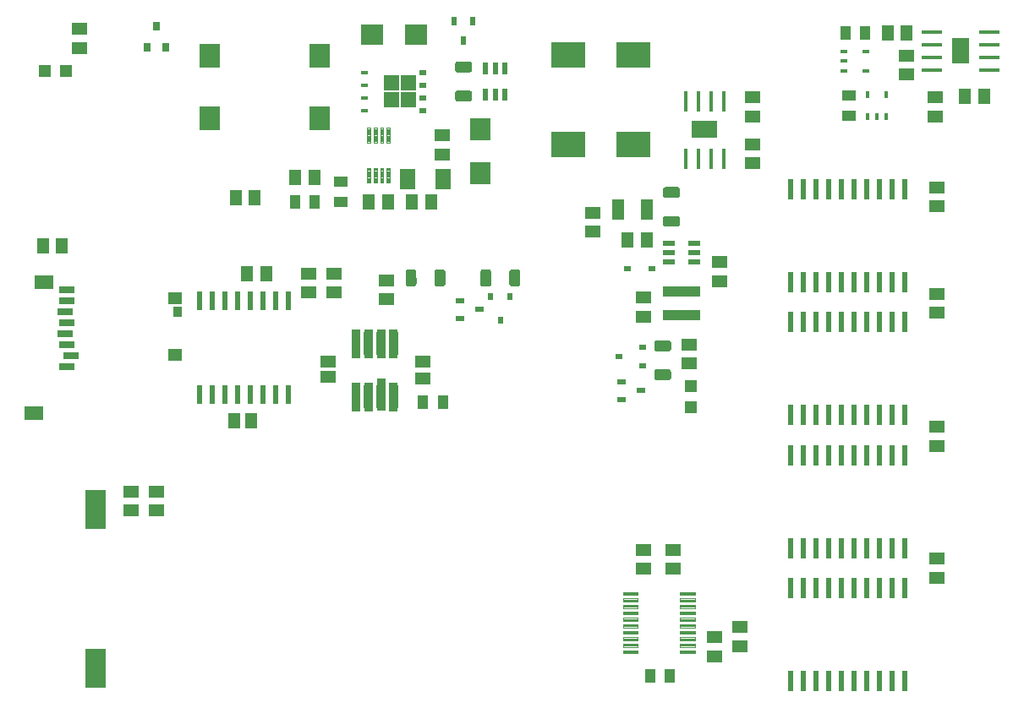
<source format=gbr>
G04 EAGLE Gerber RS-274X export*
G75*
%MOMM*%
%FSLAX34Y34*%
%LPD*%
%INSolderpaste Top*%
%IPPOS*%
%AMOC8*
5,1,8,0,0,1.08239X$1,22.5*%
G01*
%ADD10R,1.500000X1.300000*%
%ADD11R,0.800000X0.900000*%
%ADD12R,1.400000X1.100000*%
%ADD13R,1.100000X1.400000*%
%ADD14R,2.000000X2.400000*%
%ADD15R,0.533400X1.981200*%
%ADD16R,1.300000X1.500000*%
%ADD17R,2.000000X4.000000*%
%ADD18R,1.200000X1.200000*%
%ADD19R,1.145600X0.597100*%
%ADD20R,3.700000X0.980000*%
%ADD21R,0.800000X0.600000*%
%ADD22R,1.240000X2.020000*%
%ADD23R,0.600000X2.000000*%
%ADD24R,0.450000X2.150000*%
%ADD25R,2.541200X1.790400*%
%ADD26R,3.500000X2.500000*%
%ADD27R,2.150000X0.450000*%
%ADD28R,1.790400X2.541200*%
%ADD29R,0.400000X0.800000*%
%ADD30R,0.800000X0.400000*%
%ADD31C,0.102500*%
%ADD32R,0.750000X0.500000*%
%ADD33R,0.750000X0.400000*%
%ADD34R,1.500000X1.500000*%
%ADD35R,2.150000X2.200000*%
%ADD36R,2.200000X2.150000*%
%ADD37R,1.500000X2.100000*%
%ADD38R,0.889000X3.000000*%
%ADD39R,0.889000X3.200000*%
%ADD40R,1.600200X1.168400*%
%ADD41R,0.597100X1.145600*%
%ADD42R,0.880100X0.569200*%
%ADD43R,0.569200X0.880100*%
%ADD44R,0.600000X0.800000*%
%ADD45R,1.400000X1.300000*%
%ADD46R,0.950000X1.000000*%
%ADD47R,1.500000X0.800000*%
%ADD48R,1.900000X1.400000*%

G36*
X347647Y348062D02*
X347647Y348062D01*
X347649Y348061D01*
X347692Y348081D01*
X347736Y348099D01*
X347736Y348101D01*
X347738Y348102D01*
X347771Y348187D01*
X347771Y370793D01*
X347770Y370795D01*
X347771Y370797D01*
X347751Y370840D01*
X347733Y370884D01*
X347731Y370884D01*
X347730Y370886D01*
X347645Y370919D01*
X338755Y370919D01*
X338753Y370918D01*
X338751Y370919D01*
X338708Y370899D01*
X338664Y370881D01*
X338664Y370879D01*
X338662Y370878D01*
X338629Y370793D01*
X338629Y348187D01*
X338630Y348185D01*
X338629Y348183D01*
X338649Y348140D01*
X338667Y348096D01*
X338669Y348096D01*
X338670Y348094D01*
X338755Y348061D01*
X347645Y348061D01*
X347647Y348062D01*
G37*
G36*
X360147Y348062D02*
X360147Y348062D01*
X360149Y348061D01*
X360192Y348081D01*
X360236Y348099D01*
X360236Y348101D01*
X360238Y348102D01*
X360271Y348187D01*
X360271Y370793D01*
X360270Y370795D01*
X360271Y370797D01*
X360251Y370840D01*
X360233Y370884D01*
X360231Y370884D01*
X360230Y370886D01*
X360145Y370919D01*
X351255Y370919D01*
X351253Y370918D01*
X351251Y370919D01*
X351208Y370899D01*
X351164Y370881D01*
X351164Y370879D01*
X351162Y370878D01*
X351129Y370793D01*
X351129Y348187D01*
X351130Y348185D01*
X351129Y348183D01*
X351149Y348140D01*
X351167Y348096D01*
X351169Y348096D01*
X351170Y348094D01*
X351255Y348061D01*
X360145Y348061D01*
X360147Y348062D01*
G37*
G36*
X385147Y348062D02*
X385147Y348062D01*
X385149Y348061D01*
X385192Y348081D01*
X385236Y348099D01*
X385236Y348101D01*
X385238Y348102D01*
X385271Y348187D01*
X385271Y370793D01*
X385270Y370795D01*
X385271Y370797D01*
X385251Y370840D01*
X385233Y370884D01*
X385231Y370884D01*
X385230Y370886D01*
X385145Y370919D01*
X376255Y370919D01*
X376253Y370918D01*
X376251Y370919D01*
X376208Y370899D01*
X376164Y370881D01*
X376164Y370879D01*
X376162Y370878D01*
X376129Y370793D01*
X376129Y348187D01*
X376130Y348185D01*
X376129Y348183D01*
X376149Y348140D01*
X376167Y348096D01*
X376169Y348096D01*
X376170Y348094D01*
X376255Y348061D01*
X385145Y348061D01*
X385147Y348062D01*
G37*
G36*
X372647Y348062D02*
X372647Y348062D01*
X372649Y348061D01*
X372692Y348081D01*
X372736Y348099D01*
X372736Y348101D01*
X372738Y348102D01*
X372771Y348187D01*
X372771Y370793D01*
X372770Y370795D01*
X372771Y370797D01*
X372751Y370840D01*
X372733Y370884D01*
X372731Y370884D01*
X372730Y370886D01*
X372645Y370919D01*
X363755Y370919D01*
X363753Y370918D01*
X363751Y370919D01*
X363708Y370899D01*
X363664Y370881D01*
X363664Y370879D01*
X363662Y370878D01*
X363629Y370793D01*
X363629Y348187D01*
X363630Y348185D01*
X363629Y348183D01*
X363649Y348140D01*
X363667Y348096D01*
X363669Y348096D01*
X363670Y348094D01*
X363755Y348061D01*
X372645Y348061D01*
X372647Y348062D01*
G37*
G36*
X385147Y294562D02*
X385147Y294562D01*
X385149Y294561D01*
X385192Y294581D01*
X385236Y294599D01*
X385236Y294601D01*
X385238Y294602D01*
X385271Y294687D01*
X385271Y317293D01*
X385270Y317295D01*
X385271Y317297D01*
X385251Y317340D01*
X385233Y317384D01*
X385231Y317384D01*
X385230Y317386D01*
X385145Y317419D01*
X376255Y317419D01*
X376253Y317418D01*
X376251Y317419D01*
X376208Y317399D01*
X376164Y317381D01*
X376164Y317379D01*
X376162Y317378D01*
X376129Y317293D01*
X376129Y294687D01*
X376130Y294685D01*
X376129Y294683D01*
X376149Y294640D01*
X376167Y294596D01*
X376169Y294596D01*
X376170Y294594D01*
X376255Y294561D01*
X385145Y294561D01*
X385147Y294562D01*
G37*
G36*
X372647Y294562D02*
X372647Y294562D01*
X372649Y294561D01*
X372692Y294581D01*
X372736Y294599D01*
X372736Y294601D01*
X372738Y294602D01*
X372771Y294687D01*
X372771Y317293D01*
X372770Y317295D01*
X372771Y317297D01*
X372751Y317340D01*
X372733Y317384D01*
X372731Y317384D01*
X372730Y317386D01*
X372645Y317419D01*
X363755Y317419D01*
X363753Y317418D01*
X363751Y317419D01*
X363708Y317399D01*
X363664Y317381D01*
X363664Y317379D01*
X363662Y317378D01*
X363629Y317293D01*
X363629Y294687D01*
X363630Y294685D01*
X363629Y294683D01*
X363649Y294640D01*
X363667Y294596D01*
X363669Y294596D01*
X363670Y294594D01*
X363755Y294561D01*
X372645Y294561D01*
X372647Y294562D01*
G37*
G36*
X360147Y294562D02*
X360147Y294562D01*
X360149Y294561D01*
X360192Y294581D01*
X360236Y294599D01*
X360236Y294601D01*
X360238Y294602D01*
X360271Y294687D01*
X360271Y317293D01*
X360270Y317295D01*
X360271Y317297D01*
X360251Y317340D01*
X360233Y317384D01*
X360231Y317384D01*
X360230Y317386D01*
X360145Y317419D01*
X351255Y317419D01*
X351253Y317418D01*
X351251Y317419D01*
X351208Y317399D01*
X351164Y317381D01*
X351164Y317379D01*
X351162Y317378D01*
X351129Y317293D01*
X351129Y294687D01*
X351130Y294685D01*
X351129Y294683D01*
X351149Y294640D01*
X351167Y294596D01*
X351169Y294596D01*
X351170Y294594D01*
X351255Y294561D01*
X360145Y294561D01*
X360147Y294562D01*
G37*
G36*
X347647Y294562D02*
X347647Y294562D01*
X347649Y294561D01*
X347692Y294581D01*
X347736Y294599D01*
X347736Y294601D01*
X347738Y294602D01*
X347771Y294687D01*
X347771Y317293D01*
X347770Y317295D01*
X347771Y317297D01*
X347751Y317340D01*
X347733Y317384D01*
X347731Y317384D01*
X347730Y317386D01*
X347645Y317419D01*
X338755Y317419D01*
X338753Y317418D01*
X338751Y317419D01*
X338708Y317399D01*
X338664Y317381D01*
X338664Y317379D01*
X338662Y317378D01*
X338629Y317293D01*
X338629Y294687D01*
X338630Y294685D01*
X338629Y294683D01*
X338649Y294640D01*
X338667Y294596D01*
X338669Y294596D01*
X338670Y294594D01*
X338755Y294561D01*
X347645Y294561D01*
X347647Y294562D01*
G37*
G36*
X476132Y417003D02*
X476132Y417003D01*
X476134Y417001D01*
X476525Y417032D01*
X476529Y417036D01*
X476532Y417033D01*
X476914Y417124D01*
X476918Y417129D01*
X476922Y417127D01*
X477284Y417277D01*
X477287Y417282D01*
X477291Y417280D01*
X477625Y417485D01*
X477627Y417490D01*
X477631Y417490D01*
X477930Y417745D01*
X477931Y417750D01*
X477935Y417750D01*
X478190Y418049D01*
X478191Y418055D01*
X478195Y418055D01*
X478400Y418389D01*
X478399Y418395D01*
X478404Y418396D01*
X478554Y418758D01*
X478553Y418760D01*
X478554Y418760D01*
X478552Y418763D01*
X478552Y418764D01*
X478556Y418766D01*
X478647Y419148D01*
X478645Y419153D01*
X478647Y419154D01*
X478648Y419155D01*
X478679Y419546D01*
X478677Y419549D01*
X478679Y419550D01*
X478648Y431741D01*
X478643Y431748D01*
X478647Y431752D01*
X478556Y432134D01*
X478551Y432138D01*
X478554Y432142D01*
X478404Y432504D01*
X478398Y432507D01*
X478400Y432511D01*
X478195Y432845D01*
X478190Y432847D01*
X478190Y432851D01*
X477935Y433150D01*
X477930Y433151D01*
X477930Y433155D01*
X477631Y433410D01*
X477625Y433411D01*
X477625Y433415D01*
X477291Y433620D01*
X477285Y433619D01*
X477284Y433624D01*
X476922Y433774D01*
X476916Y433772D01*
X476914Y433776D01*
X476532Y433867D01*
X476527Y433865D01*
X476525Y433868D01*
X476134Y433899D01*
X476131Y433897D01*
X476130Y433899D01*
X470330Y433899D01*
X470328Y433897D01*
X470326Y433899D01*
X469935Y433868D01*
X469931Y433864D01*
X469928Y433867D01*
X469546Y433776D01*
X469542Y433771D01*
X469538Y433774D01*
X469176Y433624D01*
X469173Y433618D01*
X469169Y433620D01*
X468835Y433415D01*
X468833Y433410D01*
X468829Y433410D01*
X468530Y433155D01*
X468529Y433150D01*
X468525Y433150D01*
X468270Y432851D01*
X468269Y432845D01*
X468265Y432845D01*
X468060Y432511D01*
X468061Y432505D01*
X468057Y432504D01*
X467907Y432142D01*
X467908Y432137D01*
X467906Y432135D01*
X467904Y432134D01*
X467813Y431752D01*
X467815Y431747D01*
X467812Y431745D01*
X467781Y431354D01*
X467783Y431351D01*
X467781Y431350D01*
X467812Y419159D01*
X467817Y419152D01*
X467813Y419148D01*
X467904Y418766D01*
X467909Y418762D01*
X467907Y418758D01*
X468057Y418396D01*
X468062Y418393D01*
X468060Y418389D01*
X468265Y418055D01*
X468270Y418053D01*
X468270Y418049D01*
X468525Y417750D01*
X468530Y417749D01*
X468530Y417745D01*
X468829Y417490D01*
X468835Y417489D01*
X468835Y417485D01*
X469169Y417280D01*
X469175Y417281D01*
X469176Y417277D01*
X469538Y417127D01*
X469544Y417128D01*
X469546Y417124D01*
X469928Y417033D01*
X469933Y417035D01*
X469935Y417032D01*
X470326Y417001D01*
X470329Y417003D01*
X470330Y417001D01*
X476130Y417001D01*
X476132Y417003D01*
G37*
G36*
X401202Y417003D02*
X401202Y417003D01*
X401204Y417001D01*
X401595Y417032D01*
X401599Y417036D01*
X401602Y417033D01*
X401984Y417124D01*
X401988Y417129D01*
X401992Y417127D01*
X402354Y417277D01*
X402357Y417282D01*
X402361Y417280D01*
X402695Y417485D01*
X402697Y417490D01*
X402701Y417490D01*
X403000Y417745D01*
X403001Y417750D01*
X403005Y417750D01*
X403260Y418049D01*
X403261Y418055D01*
X403265Y418055D01*
X403470Y418389D01*
X403469Y418395D01*
X403474Y418396D01*
X403624Y418758D01*
X403623Y418760D01*
X403624Y418760D01*
X403622Y418763D01*
X403622Y418764D01*
X403626Y418766D01*
X403717Y419148D01*
X403715Y419153D01*
X403717Y419154D01*
X403718Y419155D01*
X403749Y419546D01*
X403747Y419549D01*
X403749Y419550D01*
X403718Y431741D01*
X403713Y431748D01*
X403717Y431752D01*
X403626Y432134D01*
X403621Y432138D01*
X403624Y432142D01*
X403474Y432504D01*
X403468Y432507D01*
X403470Y432511D01*
X403265Y432845D01*
X403260Y432847D01*
X403260Y432851D01*
X403005Y433150D01*
X403000Y433151D01*
X403000Y433155D01*
X402701Y433410D01*
X402695Y433411D01*
X402695Y433415D01*
X402361Y433620D01*
X402355Y433619D01*
X402354Y433624D01*
X401992Y433774D01*
X401986Y433772D01*
X401984Y433776D01*
X401602Y433867D01*
X401597Y433865D01*
X401595Y433868D01*
X401204Y433899D01*
X401201Y433897D01*
X401200Y433899D01*
X395400Y433899D01*
X395398Y433897D01*
X395396Y433899D01*
X395005Y433868D01*
X395001Y433864D01*
X394998Y433867D01*
X394616Y433776D01*
X394612Y433771D01*
X394608Y433774D01*
X394246Y433624D01*
X394243Y433618D01*
X394239Y433620D01*
X393905Y433415D01*
X393903Y433410D01*
X393899Y433410D01*
X393600Y433155D01*
X393599Y433150D01*
X393595Y433150D01*
X393340Y432851D01*
X393339Y432845D01*
X393335Y432845D01*
X393130Y432511D01*
X393131Y432505D01*
X393127Y432504D01*
X392977Y432142D01*
X392978Y432137D01*
X392976Y432135D01*
X392974Y432134D01*
X392883Y431752D01*
X392885Y431747D01*
X392882Y431745D01*
X392851Y431354D01*
X392853Y431351D01*
X392851Y431350D01*
X392882Y419159D01*
X392887Y419152D01*
X392883Y419148D01*
X392974Y418766D01*
X392979Y418762D01*
X392977Y418758D01*
X393127Y418396D01*
X393132Y418393D01*
X393130Y418389D01*
X393335Y418055D01*
X393340Y418053D01*
X393340Y418049D01*
X393595Y417750D01*
X393600Y417749D01*
X393600Y417745D01*
X393899Y417490D01*
X393905Y417489D01*
X393905Y417485D01*
X394239Y417280D01*
X394245Y417281D01*
X394246Y417277D01*
X394608Y417127D01*
X394614Y417128D01*
X394616Y417124D01*
X394998Y417033D01*
X395003Y417035D01*
X395005Y417032D01*
X395396Y417001D01*
X395399Y417003D01*
X395400Y417001D01*
X401200Y417001D01*
X401202Y417003D01*
G37*
G36*
X430102Y417003D02*
X430102Y417003D01*
X430104Y417001D01*
X430495Y417032D01*
X430499Y417036D01*
X430502Y417033D01*
X430884Y417124D01*
X430888Y417129D01*
X430892Y417127D01*
X431254Y417277D01*
X431257Y417282D01*
X431261Y417280D01*
X431595Y417485D01*
X431597Y417490D01*
X431601Y417490D01*
X431900Y417745D01*
X431901Y417750D01*
X431905Y417750D01*
X432160Y418049D01*
X432161Y418055D01*
X432165Y418055D01*
X432370Y418389D01*
X432369Y418395D01*
X432374Y418396D01*
X432524Y418758D01*
X432523Y418760D01*
X432524Y418760D01*
X432522Y418763D01*
X432522Y418764D01*
X432526Y418766D01*
X432617Y419148D01*
X432615Y419153D01*
X432617Y419154D01*
X432618Y419155D01*
X432649Y419546D01*
X432647Y419549D01*
X432649Y419550D01*
X432618Y431741D01*
X432613Y431748D01*
X432617Y431752D01*
X432526Y432134D01*
X432521Y432138D01*
X432524Y432142D01*
X432374Y432504D01*
X432368Y432507D01*
X432370Y432511D01*
X432165Y432845D01*
X432160Y432847D01*
X432160Y432851D01*
X431905Y433150D01*
X431900Y433151D01*
X431900Y433155D01*
X431601Y433410D01*
X431595Y433411D01*
X431595Y433415D01*
X431261Y433620D01*
X431255Y433619D01*
X431254Y433624D01*
X430892Y433774D01*
X430886Y433772D01*
X430884Y433776D01*
X430502Y433867D01*
X430497Y433865D01*
X430495Y433868D01*
X430104Y433899D01*
X430101Y433897D01*
X430100Y433899D01*
X424300Y433899D01*
X424298Y433897D01*
X424296Y433899D01*
X423905Y433868D01*
X423901Y433864D01*
X423898Y433867D01*
X423516Y433776D01*
X423512Y433771D01*
X423508Y433774D01*
X423146Y433624D01*
X423143Y433618D01*
X423139Y433620D01*
X422805Y433415D01*
X422803Y433410D01*
X422799Y433410D01*
X422500Y433155D01*
X422499Y433150D01*
X422495Y433150D01*
X422240Y432851D01*
X422239Y432845D01*
X422235Y432845D01*
X422030Y432511D01*
X422031Y432505D01*
X422027Y432504D01*
X421877Y432142D01*
X421878Y432137D01*
X421876Y432135D01*
X421874Y432134D01*
X421783Y431752D01*
X421785Y431747D01*
X421782Y431745D01*
X421751Y431354D01*
X421753Y431351D01*
X421751Y431350D01*
X421782Y419159D01*
X421787Y419152D01*
X421783Y419148D01*
X421874Y418766D01*
X421879Y418762D01*
X421877Y418758D01*
X422027Y418396D01*
X422032Y418393D01*
X422030Y418389D01*
X422235Y418055D01*
X422240Y418053D01*
X422240Y418049D01*
X422495Y417750D01*
X422500Y417749D01*
X422500Y417745D01*
X422799Y417490D01*
X422805Y417489D01*
X422805Y417485D01*
X423139Y417280D01*
X423145Y417281D01*
X423146Y417277D01*
X423508Y417127D01*
X423514Y417128D01*
X423516Y417124D01*
X423898Y417033D01*
X423903Y417035D01*
X423905Y417032D01*
X424296Y417001D01*
X424299Y417003D01*
X424300Y417001D01*
X430100Y417001D01*
X430102Y417003D01*
G37*
G36*
X505032Y417003D02*
X505032Y417003D01*
X505034Y417001D01*
X505425Y417032D01*
X505429Y417036D01*
X505432Y417033D01*
X505814Y417124D01*
X505818Y417129D01*
X505822Y417127D01*
X506184Y417277D01*
X506187Y417282D01*
X506191Y417280D01*
X506525Y417485D01*
X506527Y417490D01*
X506531Y417490D01*
X506830Y417745D01*
X506831Y417750D01*
X506835Y417750D01*
X507090Y418049D01*
X507091Y418055D01*
X507095Y418055D01*
X507300Y418389D01*
X507299Y418395D01*
X507304Y418396D01*
X507454Y418758D01*
X507453Y418760D01*
X507454Y418760D01*
X507452Y418763D01*
X507452Y418764D01*
X507456Y418766D01*
X507547Y419148D01*
X507545Y419153D01*
X507547Y419154D01*
X507548Y419155D01*
X507579Y419546D01*
X507577Y419549D01*
X507579Y419550D01*
X507548Y431741D01*
X507543Y431748D01*
X507547Y431752D01*
X507456Y432134D01*
X507451Y432138D01*
X507454Y432142D01*
X507304Y432504D01*
X507298Y432507D01*
X507300Y432511D01*
X507095Y432845D01*
X507090Y432847D01*
X507090Y432851D01*
X506835Y433150D01*
X506830Y433151D01*
X506830Y433155D01*
X506531Y433410D01*
X506525Y433411D01*
X506525Y433415D01*
X506191Y433620D01*
X506185Y433619D01*
X506184Y433624D01*
X505822Y433774D01*
X505816Y433772D01*
X505814Y433776D01*
X505432Y433867D01*
X505427Y433865D01*
X505425Y433868D01*
X505034Y433899D01*
X505031Y433897D01*
X505030Y433899D01*
X499230Y433899D01*
X499228Y433897D01*
X499226Y433899D01*
X498835Y433868D01*
X498831Y433864D01*
X498828Y433867D01*
X498446Y433776D01*
X498442Y433771D01*
X498438Y433774D01*
X498076Y433624D01*
X498073Y433618D01*
X498069Y433620D01*
X497735Y433415D01*
X497733Y433410D01*
X497729Y433410D01*
X497430Y433155D01*
X497429Y433150D01*
X497425Y433150D01*
X497170Y432851D01*
X497169Y432845D01*
X497165Y432845D01*
X496960Y432511D01*
X496961Y432505D01*
X496957Y432504D01*
X496807Y432142D01*
X496808Y432137D01*
X496806Y432135D01*
X496804Y432134D01*
X496713Y431752D01*
X496715Y431747D01*
X496712Y431745D01*
X496681Y431354D01*
X496683Y431351D01*
X496681Y431350D01*
X496712Y419159D01*
X496717Y419152D01*
X496713Y419148D01*
X496804Y418766D01*
X496809Y418762D01*
X496807Y418758D01*
X496957Y418396D01*
X496962Y418393D01*
X496960Y418389D01*
X497165Y418055D01*
X497170Y418053D01*
X497170Y418049D01*
X497425Y417750D01*
X497430Y417749D01*
X497430Y417745D01*
X497729Y417490D01*
X497735Y417489D01*
X497735Y417485D01*
X498069Y417280D01*
X498075Y417281D01*
X498076Y417277D01*
X498438Y417127D01*
X498444Y417128D01*
X498446Y417124D01*
X498828Y417033D01*
X498833Y417035D01*
X498835Y417032D01*
X499226Y417001D01*
X499229Y417003D01*
X499230Y417001D01*
X505030Y417001D01*
X505032Y417003D01*
G37*
G36*
X457141Y631332D02*
X457141Y631332D01*
X457148Y631337D01*
X457152Y631333D01*
X457534Y631424D01*
X457538Y631429D01*
X457542Y631427D01*
X457904Y631577D01*
X457907Y631582D01*
X457911Y631580D01*
X458245Y631785D01*
X458247Y631790D01*
X458251Y631790D01*
X458550Y632045D01*
X458551Y632050D01*
X458555Y632050D01*
X458810Y632349D01*
X458811Y632355D01*
X458815Y632355D01*
X459020Y632689D01*
X459019Y632695D01*
X459024Y632696D01*
X459174Y633058D01*
X459173Y633060D01*
X459174Y633060D01*
X459172Y633063D01*
X459172Y633064D01*
X459176Y633066D01*
X459267Y633448D01*
X459265Y633453D01*
X459267Y633454D01*
X459268Y633455D01*
X459299Y633846D01*
X459297Y633849D01*
X459299Y633850D01*
X459299Y639650D01*
X459297Y639652D01*
X459299Y639654D01*
X459268Y640045D01*
X459264Y640049D01*
X459267Y640052D01*
X459176Y640434D01*
X459171Y640438D01*
X459174Y640442D01*
X459024Y640804D01*
X459018Y640807D01*
X459020Y640811D01*
X458815Y641145D01*
X458810Y641147D01*
X458810Y641151D01*
X458555Y641450D01*
X458550Y641451D01*
X458550Y641455D01*
X458251Y641710D01*
X458245Y641711D01*
X458245Y641715D01*
X457911Y641920D01*
X457905Y641919D01*
X457904Y641924D01*
X457542Y642074D01*
X457536Y642072D01*
X457534Y642076D01*
X457152Y642167D01*
X457147Y642165D01*
X457145Y642168D01*
X456754Y642199D01*
X456751Y642197D01*
X456750Y642199D01*
X444559Y642168D01*
X444552Y642163D01*
X444548Y642167D01*
X444166Y642076D01*
X444162Y642071D01*
X444158Y642074D01*
X443796Y641924D01*
X443793Y641918D01*
X443789Y641920D01*
X443455Y641715D01*
X443453Y641710D01*
X443449Y641710D01*
X443150Y641455D01*
X443149Y641450D01*
X443145Y641450D01*
X442890Y641151D01*
X442889Y641145D01*
X442885Y641145D01*
X442680Y640811D01*
X442681Y640805D01*
X442677Y640804D01*
X442527Y640442D01*
X442528Y640436D01*
X442524Y640434D01*
X442433Y640052D01*
X442435Y640047D01*
X442432Y640045D01*
X442401Y639654D01*
X442403Y639651D01*
X442401Y639650D01*
X442401Y633850D01*
X442403Y633848D01*
X442401Y633846D01*
X442432Y633455D01*
X442436Y633451D01*
X442433Y633448D01*
X442524Y633066D01*
X442529Y633062D01*
X442527Y633058D01*
X442677Y632696D01*
X442682Y632693D01*
X442680Y632689D01*
X442885Y632355D01*
X442890Y632353D01*
X442890Y632349D01*
X443145Y632050D01*
X443150Y632049D01*
X443150Y632045D01*
X443449Y631790D01*
X443455Y631789D01*
X443455Y631785D01*
X443789Y631580D01*
X443795Y631581D01*
X443796Y631577D01*
X444158Y631427D01*
X444164Y631428D01*
X444166Y631424D01*
X444548Y631333D01*
X444553Y631335D01*
X444555Y631332D01*
X444946Y631301D01*
X444949Y631303D01*
X444950Y631301D01*
X457141Y631332D01*
G37*
G36*
X457141Y602432D02*
X457141Y602432D01*
X457148Y602437D01*
X457152Y602433D01*
X457534Y602524D01*
X457538Y602529D01*
X457542Y602527D01*
X457904Y602677D01*
X457907Y602682D01*
X457911Y602680D01*
X458245Y602885D01*
X458247Y602890D01*
X458251Y602890D01*
X458550Y603145D01*
X458551Y603150D01*
X458555Y603150D01*
X458810Y603449D01*
X458811Y603455D01*
X458815Y603455D01*
X459020Y603789D01*
X459019Y603795D01*
X459024Y603796D01*
X459174Y604158D01*
X459173Y604160D01*
X459174Y604160D01*
X459172Y604163D01*
X459172Y604164D01*
X459176Y604166D01*
X459267Y604548D01*
X459265Y604553D01*
X459267Y604554D01*
X459268Y604555D01*
X459299Y604946D01*
X459297Y604949D01*
X459299Y604950D01*
X459299Y610750D01*
X459297Y610752D01*
X459299Y610754D01*
X459268Y611145D01*
X459264Y611149D01*
X459267Y611152D01*
X459176Y611534D01*
X459171Y611538D01*
X459174Y611542D01*
X459024Y611904D01*
X459018Y611907D01*
X459020Y611911D01*
X458815Y612245D01*
X458810Y612247D01*
X458810Y612251D01*
X458555Y612550D01*
X458550Y612551D01*
X458550Y612555D01*
X458251Y612810D01*
X458245Y612811D01*
X458245Y612815D01*
X457911Y613020D01*
X457905Y613019D01*
X457904Y613024D01*
X457542Y613174D01*
X457536Y613172D01*
X457534Y613176D01*
X457152Y613267D01*
X457147Y613265D01*
X457145Y613268D01*
X456754Y613299D01*
X456751Y613297D01*
X456750Y613299D01*
X444559Y613268D01*
X444552Y613263D01*
X444548Y613267D01*
X444166Y613176D01*
X444162Y613171D01*
X444158Y613174D01*
X443796Y613024D01*
X443793Y613018D01*
X443789Y613020D01*
X443455Y612815D01*
X443453Y612810D01*
X443449Y612810D01*
X443150Y612555D01*
X443149Y612550D01*
X443145Y612550D01*
X442890Y612251D01*
X442889Y612245D01*
X442885Y612245D01*
X442680Y611911D01*
X442681Y611905D01*
X442677Y611904D01*
X442527Y611542D01*
X442528Y611536D01*
X442524Y611534D01*
X442433Y611152D01*
X442435Y611147D01*
X442432Y611145D01*
X442401Y610754D01*
X442403Y610751D01*
X442401Y610750D01*
X442401Y604950D01*
X442403Y604948D01*
X442401Y604946D01*
X442432Y604555D01*
X442436Y604551D01*
X442433Y604548D01*
X442524Y604166D01*
X442529Y604162D01*
X442527Y604158D01*
X442677Y603796D01*
X442682Y603793D01*
X442680Y603789D01*
X442885Y603455D01*
X442890Y603453D01*
X442890Y603449D01*
X443145Y603150D01*
X443150Y603149D01*
X443150Y603145D01*
X443449Y602890D01*
X443455Y602889D01*
X443455Y602885D01*
X443789Y602680D01*
X443795Y602681D01*
X443796Y602677D01*
X444158Y602527D01*
X444164Y602528D01*
X444166Y602524D01*
X444548Y602433D01*
X444553Y602435D01*
X444555Y602432D01*
X444946Y602401D01*
X444949Y602403D01*
X444950Y602401D01*
X457141Y602432D01*
G37*
G36*
X665421Y505602D02*
X665421Y505602D01*
X665428Y505607D01*
X665432Y505603D01*
X665814Y505694D01*
X665818Y505699D01*
X665822Y505697D01*
X666184Y505847D01*
X666187Y505852D01*
X666191Y505850D01*
X666525Y506055D01*
X666527Y506060D01*
X666531Y506060D01*
X666830Y506315D01*
X666831Y506320D01*
X666835Y506320D01*
X667090Y506619D01*
X667091Y506625D01*
X667095Y506625D01*
X667300Y506959D01*
X667299Y506965D01*
X667304Y506966D01*
X667454Y507328D01*
X667453Y507330D01*
X667454Y507330D01*
X667452Y507333D01*
X667452Y507334D01*
X667456Y507336D01*
X667547Y507718D01*
X667545Y507723D01*
X667547Y507724D01*
X667548Y507725D01*
X667579Y508116D01*
X667577Y508119D01*
X667579Y508120D01*
X667579Y513920D01*
X667577Y513922D01*
X667579Y513924D01*
X667548Y514315D01*
X667544Y514319D01*
X667547Y514322D01*
X667456Y514704D01*
X667451Y514708D01*
X667454Y514712D01*
X667304Y515074D01*
X667298Y515077D01*
X667300Y515081D01*
X667095Y515415D01*
X667090Y515417D01*
X667090Y515421D01*
X666835Y515720D01*
X666830Y515721D01*
X666830Y515725D01*
X666531Y515980D01*
X666525Y515981D01*
X666525Y515985D01*
X666191Y516190D01*
X666185Y516189D01*
X666184Y516194D01*
X665822Y516344D01*
X665816Y516342D01*
X665814Y516346D01*
X665432Y516437D01*
X665427Y516435D01*
X665425Y516438D01*
X665034Y516469D01*
X665031Y516467D01*
X665030Y516469D01*
X652839Y516438D01*
X652832Y516433D01*
X652828Y516437D01*
X652446Y516346D01*
X652442Y516341D01*
X652438Y516344D01*
X652076Y516194D01*
X652073Y516188D01*
X652069Y516190D01*
X651735Y515985D01*
X651733Y515980D01*
X651729Y515980D01*
X651430Y515725D01*
X651429Y515720D01*
X651425Y515720D01*
X651170Y515421D01*
X651169Y515415D01*
X651165Y515415D01*
X650960Y515081D01*
X650961Y515075D01*
X650957Y515074D01*
X650807Y514712D01*
X650808Y514706D01*
X650804Y514704D01*
X650713Y514322D01*
X650715Y514317D01*
X650712Y514315D01*
X650681Y513924D01*
X650683Y513921D01*
X650681Y513920D01*
X650681Y508120D01*
X650683Y508118D01*
X650681Y508116D01*
X650712Y507725D01*
X650716Y507721D01*
X650713Y507718D01*
X650804Y507336D01*
X650809Y507332D01*
X650807Y507328D01*
X650957Y506966D01*
X650962Y506963D01*
X650960Y506959D01*
X651165Y506625D01*
X651170Y506623D01*
X651170Y506619D01*
X651425Y506320D01*
X651430Y506319D01*
X651430Y506315D01*
X651729Y506060D01*
X651735Y506059D01*
X651735Y506055D01*
X652069Y505850D01*
X652075Y505851D01*
X652076Y505847D01*
X652438Y505697D01*
X652444Y505698D01*
X652446Y505694D01*
X652828Y505603D01*
X652833Y505605D01*
X652835Y505602D01*
X653226Y505571D01*
X653229Y505573D01*
X653230Y505571D01*
X665421Y505602D01*
G37*
G36*
X665421Y476702D02*
X665421Y476702D01*
X665428Y476707D01*
X665432Y476703D01*
X665814Y476794D01*
X665818Y476799D01*
X665822Y476797D01*
X666184Y476947D01*
X666187Y476952D01*
X666191Y476950D01*
X666525Y477155D01*
X666527Y477160D01*
X666531Y477160D01*
X666830Y477415D01*
X666831Y477420D01*
X666835Y477420D01*
X667090Y477719D01*
X667091Y477725D01*
X667095Y477725D01*
X667300Y478059D01*
X667299Y478065D01*
X667304Y478066D01*
X667454Y478428D01*
X667453Y478430D01*
X667454Y478430D01*
X667452Y478433D01*
X667452Y478434D01*
X667456Y478436D01*
X667547Y478818D01*
X667545Y478823D01*
X667547Y478824D01*
X667548Y478825D01*
X667579Y479216D01*
X667577Y479219D01*
X667579Y479220D01*
X667579Y485020D01*
X667577Y485022D01*
X667579Y485024D01*
X667548Y485415D01*
X667544Y485419D01*
X667547Y485422D01*
X667456Y485804D01*
X667451Y485808D01*
X667454Y485812D01*
X667304Y486174D01*
X667298Y486177D01*
X667300Y486181D01*
X667095Y486515D01*
X667090Y486517D01*
X667090Y486521D01*
X666835Y486820D01*
X666830Y486821D01*
X666830Y486825D01*
X666531Y487080D01*
X666525Y487081D01*
X666525Y487085D01*
X666191Y487290D01*
X666185Y487289D01*
X666184Y487294D01*
X665822Y487444D01*
X665816Y487442D01*
X665814Y487446D01*
X665432Y487537D01*
X665427Y487535D01*
X665425Y487538D01*
X665034Y487569D01*
X665031Y487567D01*
X665030Y487569D01*
X652839Y487538D01*
X652832Y487533D01*
X652828Y487537D01*
X652446Y487446D01*
X652442Y487441D01*
X652438Y487444D01*
X652076Y487294D01*
X652073Y487288D01*
X652069Y487290D01*
X651735Y487085D01*
X651733Y487080D01*
X651729Y487080D01*
X651430Y486825D01*
X651429Y486820D01*
X651425Y486820D01*
X651170Y486521D01*
X651169Y486515D01*
X651165Y486515D01*
X650960Y486181D01*
X650961Y486175D01*
X650957Y486174D01*
X650807Y485812D01*
X650808Y485806D01*
X650804Y485804D01*
X650713Y485422D01*
X650715Y485417D01*
X650712Y485415D01*
X650681Y485024D01*
X650683Y485021D01*
X650681Y485020D01*
X650681Y479220D01*
X650683Y479218D01*
X650681Y479216D01*
X650712Y478825D01*
X650716Y478821D01*
X650713Y478818D01*
X650804Y478436D01*
X650809Y478432D01*
X650807Y478428D01*
X650957Y478066D01*
X650962Y478063D01*
X650960Y478059D01*
X651165Y477725D01*
X651170Y477723D01*
X651170Y477719D01*
X651425Y477420D01*
X651430Y477419D01*
X651430Y477415D01*
X651729Y477160D01*
X651735Y477159D01*
X651735Y477155D01*
X652069Y476950D01*
X652075Y476951D01*
X652076Y476947D01*
X652438Y476797D01*
X652444Y476798D01*
X652446Y476794D01*
X652828Y476703D01*
X652833Y476705D01*
X652835Y476702D01*
X653226Y476671D01*
X653229Y476673D01*
X653230Y476671D01*
X665421Y476702D01*
G37*
G36*
X656531Y351932D02*
X656531Y351932D01*
X656538Y351937D01*
X656542Y351933D01*
X656924Y352024D01*
X656928Y352029D01*
X656932Y352027D01*
X657294Y352177D01*
X657297Y352182D01*
X657301Y352180D01*
X657635Y352385D01*
X657637Y352390D01*
X657641Y352390D01*
X657940Y352645D01*
X657941Y352650D01*
X657945Y352650D01*
X658200Y352949D01*
X658201Y352955D01*
X658205Y352955D01*
X658410Y353289D01*
X658409Y353295D01*
X658414Y353296D01*
X658564Y353658D01*
X658563Y353660D01*
X658564Y353660D01*
X658562Y353663D01*
X658562Y353664D01*
X658566Y353666D01*
X658657Y354048D01*
X658655Y354053D01*
X658657Y354054D01*
X658658Y354055D01*
X658689Y354446D01*
X658687Y354449D01*
X658689Y354450D01*
X658689Y360250D01*
X658687Y360252D01*
X658689Y360254D01*
X658658Y360645D01*
X658654Y360649D01*
X658657Y360652D01*
X658566Y361034D01*
X658561Y361038D01*
X658564Y361042D01*
X658414Y361404D01*
X658408Y361407D01*
X658410Y361411D01*
X658205Y361745D01*
X658200Y361747D01*
X658200Y361751D01*
X657945Y362050D01*
X657940Y362051D01*
X657940Y362055D01*
X657641Y362310D01*
X657635Y362311D01*
X657635Y362315D01*
X657301Y362520D01*
X657295Y362519D01*
X657294Y362524D01*
X656932Y362674D01*
X656926Y362672D01*
X656924Y362676D01*
X656542Y362767D01*
X656537Y362765D01*
X656535Y362768D01*
X656144Y362799D01*
X656141Y362797D01*
X656140Y362799D01*
X643949Y362768D01*
X643942Y362763D01*
X643938Y362767D01*
X643556Y362676D01*
X643552Y362671D01*
X643548Y362674D01*
X643186Y362524D01*
X643183Y362518D01*
X643179Y362520D01*
X642845Y362315D01*
X642843Y362310D01*
X642839Y362310D01*
X642540Y362055D01*
X642539Y362050D01*
X642535Y362050D01*
X642280Y361751D01*
X642279Y361745D01*
X642275Y361745D01*
X642070Y361411D01*
X642071Y361405D01*
X642067Y361404D01*
X641917Y361042D01*
X641918Y361036D01*
X641914Y361034D01*
X641823Y360652D01*
X641825Y360647D01*
X641822Y360645D01*
X641791Y360254D01*
X641793Y360251D01*
X641791Y360250D01*
X641791Y354450D01*
X641793Y354448D01*
X641791Y354446D01*
X641822Y354055D01*
X641826Y354051D01*
X641823Y354048D01*
X641914Y353666D01*
X641919Y353662D01*
X641917Y353658D01*
X642067Y353296D01*
X642072Y353293D01*
X642070Y353289D01*
X642275Y352955D01*
X642280Y352953D01*
X642280Y352949D01*
X642535Y352650D01*
X642540Y352649D01*
X642540Y352645D01*
X642839Y352390D01*
X642845Y352389D01*
X642845Y352385D01*
X643179Y352180D01*
X643185Y352181D01*
X643186Y352177D01*
X643548Y352027D01*
X643554Y352028D01*
X643556Y352024D01*
X643938Y351933D01*
X643943Y351935D01*
X643945Y351932D01*
X644336Y351901D01*
X644339Y351903D01*
X644340Y351901D01*
X656531Y351932D01*
G37*
G36*
X656531Y323032D02*
X656531Y323032D01*
X656538Y323037D01*
X656542Y323033D01*
X656924Y323124D01*
X656928Y323129D01*
X656932Y323127D01*
X657294Y323277D01*
X657297Y323282D01*
X657301Y323280D01*
X657635Y323485D01*
X657637Y323490D01*
X657641Y323490D01*
X657940Y323745D01*
X657941Y323750D01*
X657945Y323750D01*
X658200Y324049D01*
X658201Y324055D01*
X658205Y324055D01*
X658410Y324389D01*
X658409Y324395D01*
X658414Y324396D01*
X658564Y324758D01*
X658563Y324760D01*
X658564Y324760D01*
X658562Y324763D01*
X658562Y324764D01*
X658566Y324766D01*
X658657Y325148D01*
X658655Y325153D01*
X658657Y325154D01*
X658658Y325155D01*
X658689Y325546D01*
X658687Y325549D01*
X658689Y325550D01*
X658689Y331350D01*
X658687Y331352D01*
X658689Y331354D01*
X658658Y331745D01*
X658654Y331749D01*
X658657Y331752D01*
X658566Y332134D01*
X658561Y332138D01*
X658564Y332142D01*
X658414Y332504D01*
X658408Y332507D01*
X658410Y332511D01*
X658205Y332845D01*
X658200Y332847D01*
X658200Y332851D01*
X657945Y333150D01*
X657940Y333151D01*
X657940Y333155D01*
X657641Y333410D01*
X657635Y333411D01*
X657635Y333415D01*
X657301Y333620D01*
X657295Y333619D01*
X657294Y333624D01*
X656932Y333774D01*
X656926Y333772D01*
X656924Y333776D01*
X656542Y333867D01*
X656537Y333865D01*
X656535Y333868D01*
X656144Y333899D01*
X656141Y333897D01*
X656140Y333899D01*
X643949Y333868D01*
X643942Y333863D01*
X643938Y333867D01*
X643556Y333776D01*
X643552Y333771D01*
X643548Y333774D01*
X643186Y333624D01*
X643183Y333618D01*
X643179Y333620D01*
X642845Y333415D01*
X642843Y333410D01*
X642839Y333410D01*
X642540Y333155D01*
X642539Y333150D01*
X642535Y333150D01*
X642280Y332851D01*
X642279Y332845D01*
X642275Y332845D01*
X642070Y332511D01*
X642071Y332505D01*
X642067Y332504D01*
X641917Y332142D01*
X641918Y332136D01*
X641914Y332134D01*
X641823Y331752D01*
X641825Y331747D01*
X641822Y331745D01*
X641791Y331354D01*
X641793Y331351D01*
X641791Y331350D01*
X641791Y325550D01*
X641793Y325548D01*
X641791Y325546D01*
X641822Y325155D01*
X641826Y325151D01*
X641823Y325148D01*
X641914Y324766D01*
X641919Y324762D01*
X641917Y324758D01*
X642067Y324396D01*
X642072Y324393D01*
X642070Y324389D01*
X642275Y324055D01*
X642280Y324053D01*
X642280Y324049D01*
X642535Y323750D01*
X642540Y323749D01*
X642540Y323745D01*
X642839Y323490D01*
X642845Y323489D01*
X642845Y323485D01*
X643179Y323280D01*
X643185Y323281D01*
X643186Y323277D01*
X643548Y323127D01*
X643554Y323128D01*
X643556Y323124D01*
X643938Y323033D01*
X643943Y323035D01*
X643945Y323032D01*
X644336Y323001D01*
X644339Y323003D01*
X644340Y323001D01*
X656531Y323032D01*
G37*
D10*
X66040Y655980D03*
X66040Y674980D03*
D11*
X134010Y656750D03*
X153010Y656750D03*
X143510Y677750D03*
D12*
X327660Y501810D03*
X327660Y521810D03*
D13*
X282100Y501650D03*
X302100Y501650D03*
D10*
X143510Y211430D03*
X143510Y192430D03*
X118110Y211430D03*
X118110Y192430D03*
D14*
X306460Y647700D03*
X306460Y585700D03*
X196460Y585700D03*
X196460Y647700D03*
D15*
X275590Y402463D03*
X262890Y402463D03*
X250190Y402463D03*
X237490Y402463D03*
X224790Y402463D03*
X212090Y402463D03*
X199390Y402463D03*
X186690Y402463D03*
X186690Y308737D03*
X199390Y308737D03*
X212090Y308737D03*
X224790Y308737D03*
X237490Y308737D03*
X250190Y308737D03*
X262890Y308737D03*
X275590Y308737D03*
D16*
X238370Y281940D03*
X221370Y281940D03*
D17*
X82550Y34490D03*
X82550Y193390D03*
D18*
X31410Y632460D03*
X52410Y632460D03*
D19*
X682163Y441350D03*
X682163Y450850D03*
X682163Y460350D03*
X656417Y460350D03*
X656417Y450850D03*
X656417Y441350D03*
D10*
X707390Y441300D03*
X707390Y422300D03*
X631190Y386740D03*
X631190Y405740D03*
D16*
X634340Y463550D03*
X615340Y463550D03*
D20*
X669290Y411900D03*
X669290Y388200D03*
D21*
X639880Y434340D03*
X614880Y434340D03*
D18*
X678180Y295570D03*
X678180Y316570D03*
D22*
X605360Y494030D03*
X634160Y494030D03*
D10*
X580390Y490830D03*
X580390Y471830D03*
D23*
X892810Y514350D03*
X880110Y514350D03*
X867410Y514350D03*
X854710Y514350D03*
X842010Y514350D03*
X829310Y514350D03*
X816610Y514350D03*
X803910Y514350D03*
X791210Y514350D03*
X778510Y514350D03*
X892810Y421350D03*
X880110Y421350D03*
X867410Y421350D03*
X854710Y421350D03*
X842010Y421350D03*
X829310Y421350D03*
X816610Y421350D03*
X803910Y421350D03*
X791210Y421350D03*
X778510Y421350D03*
X892810Y381000D03*
X880110Y381000D03*
X867410Y381000D03*
X854710Y381000D03*
X842010Y381000D03*
X829310Y381000D03*
X816610Y381000D03*
X803910Y381000D03*
X791210Y381000D03*
X778510Y381000D03*
X892810Y288000D03*
X880110Y288000D03*
X867410Y288000D03*
X854710Y288000D03*
X842010Y288000D03*
X829310Y288000D03*
X816610Y288000D03*
X803910Y288000D03*
X791210Y288000D03*
X778510Y288000D03*
X892810Y247650D03*
X880110Y247650D03*
X867410Y247650D03*
X854710Y247650D03*
X842010Y247650D03*
X829310Y247650D03*
X816610Y247650D03*
X803910Y247650D03*
X791210Y247650D03*
X778510Y247650D03*
X892810Y154650D03*
X880110Y154650D03*
X867410Y154650D03*
X854710Y154650D03*
X842010Y154650D03*
X829310Y154650D03*
X816610Y154650D03*
X803910Y154650D03*
X791210Y154650D03*
X778510Y154650D03*
X892810Y114300D03*
X880110Y114300D03*
X867410Y114300D03*
X854710Y114300D03*
X842010Y114300D03*
X829310Y114300D03*
X816610Y114300D03*
X803910Y114300D03*
X791210Y114300D03*
X778510Y114300D03*
X892810Y21300D03*
X880110Y21300D03*
X867410Y21300D03*
X854710Y21300D03*
X842010Y21300D03*
X829310Y21300D03*
X816610Y21300D03*
X803910Y21300D03*
X791210Y21300D03*
X778510Y21300D03*
D24*
X673100Y544830D03*
X685800Y544830D03*
X698500Y544830D03*
X711200Y544830D03*
X673100Y602330D03*
X685800Y602330D03*
X698500Y602330D03*
X711200Y602330D03*
D25*
X692150Y574040D03*
D26*
X555510Y558800D03*
X620510Y558800D03*
D27*
X919480Y671830D03*
X919480Y659130D03*
X919480Y646430D03*
X919480Y633730D03*
X976980Y671830D03*
X976980Y659130D03*
X976980Y646430D03*
X976980Y633730D03*
D28*
X948690Y652780D03*
D29*
X855370Y586770D03*
X864870Y586770D03*
X874370Y586770D03*
X855370Y608770D03*
X874370Y608770D03*
D30*
X831880Y652120D03*
X831880Y642620D03*
X831880Y633120D03*
X853880Y652120D03*
X853880Y633120D03*
D12*
X836930Y608170D03*
X836930Y588170D03*
D13*
X853280Y670560D03*
X833280Y670560D03*
D16*
X301600Y525780D03*
X282600Y525780D03*
D10*
X924560Y516230D03*
X924560Y497230D03*
X924560Y390550D03*
X924560Y409550D03*
X924560Y257200D03*
X924560Y276200D03*
X740410Y606400D03*
X740410Y587400D03*
D16*
X972160Y607060D03*
X953160Y607060D03*
D10*
X894080Y648310D03*
X894080Y629310D03*
D16*
X894690Y670560D03*
X875690Y670560D03*
D10*
X740410Y559410D03*
X740410Y540410D03*
X923290Y587400D03*
X923290Y606400D03*
D16*
X48870Y457200D03*
X29870Y457200D03*
D31*
X373972Y561112D02*
X373972Y575788D01*
X377048Y575788D01*
X377048Y561112D01*
X373972Y561112D01*
X373972Y562086D02*
X377048Y562086D01*
X377048Y563060D02*
X373972Y563060D01*
X373972Y564034D02*
X377048Y564034D01*
X377048Y565008D02*
X373972Y565008D01*
X373972Y565982D02*
X377048Y565982D01*
X377048Y566956D02*
X373972Y566956D01*
X373972Y567930D02*
X377048Y567930D01*
X377048Y568904D02*
X373972Y568904D01*
X373972Y569878D02*
X377048Y569878D01*
X377048Y570852D02*
X373972Y570852D01*
X373972Y571826D02*
X377048Y571826D01*
X377048Y572800D02*
X373972Y572800D01*
X373972Y573774D02*
X377048Y573774D01*
X377048Y574748D02*
X373972Y574748D01*
X373972Y575722D02*
X377048Y575722D01*
X367472Y575788D02*
X367472Y561112D01*
X367472Y575788D02*
X370548Y575788D01*
X370548Y561112D01*
X367472Y561112D01*
X367472Y562086D02*
X370548Y562086D01*
X370548Y563060D02*
X367472Y563060D01*
X367472Y564034D02*
X370548Y564034D01*
X370548Y565008D02*
X367472Y565008D01*
X367472Y565982D02*
X370548Y565982D01*
X370548Y566956D02*
X367472Y566956D01*
X367472Y567930D02*
X370548Y567930D01*
X370548Y568904D02*
X367472Y568904D01*
X367472Y569878D02*
X370548Y569878D01*
X370548Y570852D02*
X367472Y570852D01*
X367472Y571826D02*
X370548Y571826D01*
X370548Y572800D02*
X367472Y572800D01*
X367472Y573774D02*
X370548Y573774D01*
X370548Y574748D02*
X367472Y574748D01*
X367472Y575722D02*
X370548Y575722D01*
X360972Y575788D02*
X360972Y561112D01*
X360972Y575788D02*
X364048Y575788D01*
X364048Y561112D01*
X360972Y561112D01*
X360972Y562086D02*
X364048Y562086D01*
X364048Y563060D02*
X360972Y563060D01*
X360972Y564034D02*
X364048Y564034D01*
X364048Y565008D02*
X360972Y565008D01*
X360972Y565982D02*
X364048Y565982D01*
X364048Y566956D02*
X360972Y566956D01*
X360972Y567930D02*
X364048Y567930D01*
X364048Y568904D02*
X360972Y568904D01*
X360972Y569878D02*
X364048Y569878D01*
X364048Y570852D02*
X360972Y570852D01*
X360972Y571826D02*
X364048Y571826D01*
X364048Y572800D02*
X360972Y572800D01*
X360972Y573774D02*
X364048Y573774D01*
X364048Y574748D02*
X360972Y574748D01*
X360972Y575722D02*
X364048Y575722D01*
X354472Y575788D02*
X354472Y561112D01*
X354472Y575788D02*
X357548Y575788D01*
X357548Y561112D01*
X354472Y561112D01*
X354472Y562086D02*
X357548Y562086D01*
X357548Y563060D02*
X354472Y563060D01*
X354472Y564034D02*
X357548Y564034D01*
X357548Y565008D02*
X354472Y565008D01*
X354472Y565982D02*
X357548Y565982D01*
X357548Y566956D02*
X354472Y566956D01*
X354472Y567930D02*
X357548Y567930D01*
X357548Y568904D02*
X354472Y568904D01*
X354472Y569878D02*
X357548Y569878D01*
X357548Y570852D02*
X354472Y570852D01*
X354472Y571826D02*
X357548Y571826D01*
X357548Y572800D02*
X354472Y572800D01*
X354472Y573774D02*
X357548Y573774D01*
X357548Y574748D02*
X354472Y574748D01*
X354472Y575722D02*
X357548Y575722D01*
X354472Y535388D02*
X354472Y520712D01*
X354472Y535388D02*
X357548Y535388D01*
X357548Y520712D01*
X354472Y520712D01*
X354472Y521686D02*
X357548Y521686D01*
X357548Y522660D02*
X354472Y522660D01*
X354472Y523634D02*
X357548Y523634D01*
X357548Y524608D02*
X354472Y524608D01*
X354472Y525582D02*
X357548Y525582D01*
X357548Y526556D02*
X354472Y526556D01*
X354472Y527530D02*
X357548Y527530D01*
X357548Y528504D02*
X354472Y528504D01*
X354472Y529478D02*
X357548Y529478D01*
X357548Y530452D02*
X354472Y530452D01*
X354472Y531426D02*
X357548Y531426D01*
X357548Y532400D02*
X354472Y532400D01*
X354472Y533374D02*
X357548Y533374D01*
X357548Y534348D02*
X354472Y534348D01*
X354472Y535322D02*
X357548Y535322D01*
X360972Y535388D02*
X360972Y520712D01*
X360972Y535388D02*
X364048Y535388D01*
X364048Y520712D01*
X360972Y520712D01*
X360972Y521686D02*
X364048Y521686D01*
X364048Y522660D02*
X360972Y522660D01*
X360972Y523634D02*
X364048Y523634D01*
X364048Y524608D02*
X360972Y524608D01*
X360972Y525582D02*
X364048Y525582D01*
X364048Y526556D02*
X360972Y526556D01*
X360972Y527530D02*
X364048Y527530D01*
X364048Y528504D02*
X360972Y528504D01*
X360972Y529478D02*
X364048Y529478D01*
X364048Y530452D02*
X360972Y530452D01*
X360972Y531426D02*
X364048Y531426D01*
X364048Y532400D02*
X360972Y532400D01*
X360972Y533374D02*
X364048Y533374D01*
X364048Y534348D02*
X360972Y534348D01*
X360972Y535322D02*
X364048Y535322D01*
X367472Y535388D02*
X367472Y520712D01*
X367472Y535388D02*
X370548Y535388D01*
X370548Y520712D01*
X367472Y520712D01*
X367472Y521686D02*
X370548Y521686D01*
X370548Y522660D02*
X367472Y522660D01*
X367472Y523634D02*
X370548Y523634D01*
X370548Y524608D02*
X367472Y524608D01*
X367472Y525582D02*
X370548Y525582D01*
X370548Y526556D02*
X367472Y526556D01*
X367472Y527530D02*
X370548Y527530D01*
X370548Y528504D02*
X367472Y528504D01*
X367472Y529478D02*
X370548Y529478D01*
X370548Y530452D02*
X367472Y530452D01*
X367472Y531426D02*
X370548Y531426D01*
X370548Y532400D02*
X367472Y532400D01*
X367472Y533374D02*
X370548Y533374D01*
X370548Y534348D02*
X367472Y534348D01*
X367472Y535322D02*
X370548Y535322D01*
X373972Y535388D02*
X373972Y520712D01*
X373972Y535388D02*
X377048Y535388D01*
X377048Y520712D01*
X373972Y520712D01*
X373972Y521686D02*
X377048Y521686D01*
X377048Y522660D02*
X373972Y522660D01*
X373972Y523634D02*
X377048Y523634D01*
X377048Y524608D02*
X373972Y524608D01*
X373972Y525582D02*
X377048Y525582D01*
X377048Y526556D02*
X373972Y526556D01*
X373972Y527530D02*
X377048Y527530D01*
X377048Y528504D02*
X373972Y528504D01*
X373972Y529478D02*
X377048Y529478D01*
X377048Y530452D02*
X373972Y530452D01*
X373972Y531426D02*
X377048Y531426D01*
X377048Y532400D02*
X373972Y532400D01*
X373972Y533374D02*
X377048Y533374D01*
X377048Y534348D02*
X373972Y534348D01*
X373972Y535322D02*
X377048Y535322D01*
D32*
X410050Y593090D03*
X410050Y605790D03*
X410050Y618490D03*
X410050Y631190D03*
D33*
X352000Y631190D03*
X352000Y618490D03*
X352000Y593090D03*
X352000Y605790D03*
D34*
X396000Y620640D03*
X396000Y603640D03*
X379000Y603640D03*
X379000Y620640D03*
D35*
X467360Y574450D03*
X467360Y530450D03*
D36*
X403000Y669290D03*
X359000Y669290D03*
D37*
X430750Y524510D03*
X394750Y524510D03*
D16*
X356260Y501650D03*
X375260Y501650D03*
X418440Y501650D03*
X399440Y501650D03*
D10*
X429260Y568300D03*
X429260Y549300D03*
X924560Y125120D03*
X924560Y144120D03*
D38*
X343200Y305990D03*
X355700Y305990D03*
D39*
X368200Y308657D03*
D38*
X380700Y305990D03*
X380700Y359490D03*
X368200Y359490D03*
X355700Y359490D03*
X343200Y359490D03*
D10*
X410210Y341240D03*
X410210Y324240D03*
D40*
X314960Y326390D03*
X314960Y341630D03*
D13*
X410370Y300990D03*
X430370Y300990D03*
D10*
X321310Y410870D03*
X321310Y429870D03*
X295910Y410870D03*
X295910Y429870D03*
D26*
X555510Y648970D03*
X620510Y648970D03*
D16*
X253340Y429260D03*
X234340Y429260D03*
D10*
X373380Y422860D03*
X373380Y403860D03*
D21*
X606490Y346710D03*
X630490Y337210D03*
X630490Y356210D03*
D41*
X492100Y635173D03*
X482600Y635173D03*
X473100Y635173D03*
X473100Y609427D03*
X482600Y609427D03*
X492100Y609427D03*
D42*
X608745Y321570D03*
X608745Y303270D03*
X628235Y312420D03*
D43*
X460000Y682845D03*
X441700Y682845D03*
X450850Y663355D03*
D44*
X487680Y382970D03*
X497180Y406970D03*
X478180Y406970D03*
D42*
X447455Y402850D03*
X447455Y384550D03*
X466945Y393700D03*
D31*
X610392Y107722D02*
X625068Y107722D01*
X610392Y107722D02*
X610392Y110798D01*
X625068Y110798D01*
X625068Y107722D01*
X625068Y108696D02*
X610392Y108696D01*
X610392Y109670D02*
X625068Y109670D01*
X625068Y110644D02*
X610392Y110644D01*
X610392Y101222D02*
X625068Y101222D01*
X610392Y101222D02*
X610392Y104298D01*
X625068Y104298D01*
X625068Y101222D01*
X625068Y102196D02*
X610392Y102196D01*
X610392Y103170D02*
X625068Y103170D01*
X625068Y104144D02*
X610392Y104144D01*
X610392Y94722D02*
X625068Y94722D01*
X610392Y94722D02*
X610392Y97798D01*
X625068Y97798D01*
X625068Y94722D01*
X625068Y95696D02*
X610392Y95696D01*
X610392Y96670D02*
X625068Y96670D01*
X625068Y97644D02*
X610392Y97644D01*
X610392Y88222D02*
X625068Y88222D01*
X610392Y88222D02*
X610392Y91298D01*
X625068Y91298D01*
X625068Y88222D01*
X625068Y89196D02*
X610392Y89196D01*
X610392Y90170D02*
X625068Y90170D01*
X625068Y91144D02*
X610392Y91144D01*
X610392Y81722D02*
X625068Y81722D01*
X610392Y81722D02*
X610392Y84798D01*
X625068Y84798D01*
X625068Y81722D01*
X625068Y82696D02*
X610392Y82696D01*
X610392Y83670D02*
X625068Y83670D01*
X625068Y84644D02*
X610392Y84644D01*
X610392Y75222D02*
X625068Y75222D01*
X610392Y75222D02*
X610392Y78298D01*
X625068Y78298D01*
X625068Y75222D01*
X625068Y76196D02*
X610392Y76196D01*
X610392Y77170D02*
X625068Y77170D01*
X625068Y78144D02*
X610392Y78144D01*
X610392Y68722D02*
X625068Y68722D01*
X610392Y68722D02*
X610392Y71798D01*
X625068Y71798D01*
X625068Y68722D01*
X625068Y69696D02*
X610392Y69696D01*
X610392Y70670D02*
X625068Y70670D01*
X625068Y71644D02*
X610392Y71644D01*
X610392Y62222D02*
X625068Y62222D01*
X610392Y62222D02*
X610392Y65298D01*
X625068Y65298D01*
X625068Y62222D01*
X625068Y63196D02*
X610392Y63196D01*
X610392Y64170D02*
X625068Y64170D01*
X625068Y65144D02*
X610392Y65144D01*
X610392Y55722D02*
X625068Y55722D01*
X610392Y55722D02*
X610392Y58798D01*
X625068Y58798D01*
X625068Y55722D01*
X625068Y56696D02*
X610392Y56696D01*
X610392Y57670D02*
X625068Y57670D01*
X625068Y58644D02*
X610392Y58644D01*
X610392Y49222D02*
X625068Y49222D01*
X610392Y49222D02*
X610392Y52298D01*
X625068Y52298D01*
X625068Y49222D01*
X625068Y50196D02*
X610392Y50196D01*
X610392Y51170D02*
X625068Y51170D01*
X625068Y52144D02*
X610392Y52144D01*
X667792Y49222D02*
X682468Y49222D01*
X667792Y49222D02*
X667792Y52298D01*
X682468Y52298D01*
X682468Y49222D01*
X682468Y50196D02*
X667792Y50196D01*
X667792Y51170D02*
X682468Y51170D01*
X682468Y52144D02*
X667792Y52144D01*
X667792Y55722D02*
X682468Y55722D01*
X667792Y55722D02*
X667792Y58798D01*
X682468Y58798D01*
X682468Y55722D01*
X682468Y56696D02*
X667792Y56696D01*
X667792Y57670D02*
X682468Y57670D01*
X682468Y58644D02*
X667792Y58644D01*
X667792Y62222D02*
X682468Y62222D01*
X667792Y62222D02*
X667792Y65298D01*
X682468Y65298D01*
X682468Y62222D01*
X682468Y63196D02*
X667792Y63196D01*
X667792Y64170D02*
X682468Y64170D01*
X682468Y65144D02*
X667792Y65144D01*
X667792Y68722D02*
X682468Y68722D01*
X667792Y68722D02*
X667792Y71798D01*
X682468Y71798D01*
X682468Y68722D01*
X682468Y69696D02*
X667792Y69696D01*
X667792Y70670D02*
X682468Y70670D01*
X682468Y71644D02*
X667792Y71644D01*
X667792Y75222D02*
X682468Y75222D01*
X667792Y75222D02*
X667792Y78298D01*
X682468Y78298D01*
X682468Y75222D01*
X682468Y76196D02*
X667792Y76196D01*
X667792Y77170D02*
X682468Y77170D01*
X682468Y78144D02*
X667792Y78144D01*
X667792Y81722D02*
X682468Y81722D01*
X667792Y81722D02*
X667792Y84798D01*
X682468Y84798D01*
X682468Y81722D01*
X682468Y82696D02*
X667792Y82696D01*
X667792Y83670D02*
X682468Y83670D01*
X682468Y84644D02*
X667792Y84644D01*
X667792Y88222D02*
X682468Y88222D01*
X667792Y88222D02*
X667792Y91298D01*
X682468Y91298D01*
X682468Y88222D01*
X682468Y89196D02*
X667792Y89196D01*
X667792Y90170D02*
X682468Y90170D01*
X682468Y91144D02*
X667792Y91144D01*
X667792Y94722D02*
X682468Y94722D01*
X667792Y94722D02*
X667792Y97798D01*
X682468Y97798D01*
X682468Y94722D01*
X682468Y95696D02*
X667792Y95696D01*
X667792Y96670D02*
X682468Y96670D01*
X682468Y97644D02*
X667792Y97644D01*
X667792Y101222D02*
X682468Y101222D01*
X667792Y101222D02*
X667792Y104298D01*
X682468Y104298D01*
X682468Y101222D01*
X682468Y102196D02*
X667792Y102196D01*
X667792Y103170D02*
X682468Y103170D01*
X682468Y104144D02*
X667792Y104144D01*
X667792Y107722D02*
X682468Y107722D01*
X667792Y107722D02*
X667792Y110798D01*
X682468Y110798D01*
X682468Y107722D01*
X682468Y108696D02*
X667792Y108696D01*
X667792Y109670D02*
X682468Y109670D01*
X682468Y110644D02*
X667792Y110644D01*
D10*
X727710Y56540D03*
X727710Y75540D03*
X702310Y46380D03*
X702310Y65380D03*
X676910Y339750D03*
X676910Y358750D03*
D13*
X657700Y26670D03*
X637700Y26670D03*
D10*
X631190Y134010D03*
X631190Y153010D03*
X660400Y134010D03*
X660400Y153010D03*
D45*
X162170Y405100D03*
D46*
X164420Y391200D03*
D45*
X162170Y348100D03*
D47*
X53570Y413200D03*
X53570Y402200D03*
X51570Y391200D03*
X53570Y380200D03*
X51570Y369200D03*
X53570Y358200D03*
X57570Y347200D03*
X53570Y336200D03*
D48*
X30670Y421100D03*
X20670Y289600D03*
D16*
X241910Y505460D03*
X222910Y505460D03*
M02*

</source>
